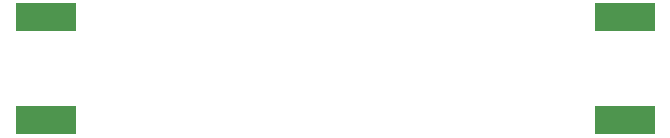
<source format=gbr>
%TF.GenerationSoftware,KiCad,Pcbnew,(5.1.6-0-10_14)*%
%TF.CreationDate,2021-02-23T09:24:48-06:00*%
%TF.ProjectId,MBFrontEnd,4d424672-6f6e-4744-956e-642e6b696361,rev?*%
%TF.SameCoordinates,Original*%
%TF.FileFunction,Paste,Bot*%
%TF.FilePolarity,Positive*%
%FSLAX46Y46*%
G04 Gerber Fmt 4.6, Leading zero omitted, Abs format (unit mm)*
G04 Created by KiCad (PCBNEW (5.1.6-0-10_14)) date 2021-02-23 09:24:48*
%MOMM*%
%LPD*%
G01*
G04 APERTURE LIST*
%ADD10R,5.080000X2.420000*%
G04 APERTURE END LIST*
D10*
%TO.C,J1*%
X57980000Y-117620000D03*
X57980000Y-126380000D03*
%TD*%
%TO.C,J2*%
X106970000Y-117620000D03*
X106970000Y-126380000D03*
%TD*%
M02*

</source>
